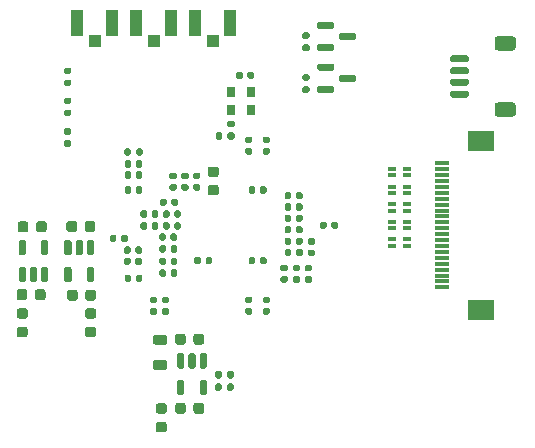
<source format=gbr>
G04 #@! TF.GenerationSoftware,KiCad,Pcbnew,(6.0.9)*
G04 #@! TF.CreationDate,2023-04-16T20:23:55-07:00*
G04 #@! TF.ProjectId,IMX585_MIPI_Breakout,494d5835-3835-45f4-9d49-50495f427265,rev?*
G04 #@! TF.SameCoordinates,Original*
G04 #@! TF.FileFunction,Paste,Top*
G04 #@! TF.FilePolarity,Positive*
%FSLAX46Y46*%
G04 Gerber Fmt 4.6, Leading zero omitted, Abs format (unit mm)*
G04 Created by KiCad (PCBNEW (6.0.9)) date 2023-04-16 20:23:55*
%MOMM*%
%LPD*%
G01*
G04 APERTURE LIST*
%ADD10R,1.000000X1.050000*%
%ADD11R,1.050000X2.200000*%
%ADD12R,1.300000X0.300000*%
%ADD13R,2.200000X1.800000*%
%ADD14R,0.700000X0.300000*%
%ADD15R,0.650000X0.850000*%
G04 APERTURE END LIST*
G04 #@! TO.C,C1*
G36*
G01*
X181470000Y-92510000D02*
X181130000Y-92510000D01*
G75*
G02*
X180990000Y-92370000I0J140000D01*
G01*
X180990000Y-92090000D01*
G75*
G02*
X181130000Y-91950000I140000J0D01*
G01*
X181470000Y-91950000D01*
G75*
G02*
X181610000Y-92090000I0J-140000D01*
G01*
X181610000Y-92370000D01*
G75*
G02*
X181470000Y-92510000I-140000J0D01*
G01*
G37*
G36*
G01*
X181470000Y-91550000D02*
X181130000Y-91550000D01*
G75*
G02*
X180990000Y-91410000I0J140000D01*
G01*
X180990000Y-91130000D01*
G75*
G02*
X181130000Y-90990000I140000J0D01*
G01*
X181470000Y-90990000D01*
G75*
G02*
X181610000Y-91130000I0J-140000D01*
G01*
X181610000Y-91410000D01*
G75*
G02*
X181470000Y-91550000I-140000J0D01*
G01*
G37*
G04 #@! TD*
G04 #@! TO.C,C3*
G36*
G01*
X169400000Y-94120000D02*
X169400000Y-93780000D01*
G75*
G02*
X169540000Y-93640000I140000J0D01*
G01*
X169820000Y-93640000D01*
G75*
G02*
X169960000Y-93780000I0J-140000D01*
G01*
X169960000Y-94120000D01*
G75*
G02*
X169820000Y-94260000I-140000J0D01*
G01*
X169540000Y-94260000D01*
G75*
G02*
X169400000Y-94120000I0J140000D01*
G01*
G37*
G36*
G01*
X168440000Y-94120000D02*
X168440000Y-93780000D01*
G75*
G02*
X168580000Y-93640000I140000J0D01*
G01*
X168860000Y-93640000D01*
G75*
G02*
X169000000Y-93780000I0J-140000D01*
G01*
X169000000Y-94120000D01*
G75*
G02*
X168860000Y-94260000I-140000J0D01*
G01*
X168580000Y-94260000D01*
G75*
G02*
X168440000Y-94120000I0J140000D01*
G01*
G37*
G04 #@! TD*
G04 #@! TO.C,C6*
G36*
G01*
X170430000Y-86400000D02*
X170770000Y-86400000D01*
G75*
G02*
X170910000Y-86540000I0J-140000D01*
G01*
X170910000Y-86820000D01*
G75*
G02*
X170770000Y-86960000I-140000J0D01*
G01*
X170430000Y-86960000D01*
G75*
G02*
X170290000Y-86820000I0J140000D01*
G01*
X170290000Y-86540000D01*
G75*
G02*
X170430000Y-86400000I140000J0D01*
G01*
G37*
G36*
G01*
X170430000Y-85440000D02*
X170770000Y-85440000D01*
G75*
G02*
X170910000Y-85580000I0J-140000D01*
G01*
X170910000Y-85860000D01*
G75*
G02*
X170770000Y-86000000I-140000J0D01*
G01*
X170430000Y-86000000D01*
G75*
G02*
X170290000Y-85860000I0J140000D01*
G01*
X170290000Y-85580000D01*
G75*
G02*
X170430000Y-85440000I140000J0D01*
G01*
G37*
G04 #@! TD*
G04 #@! TO.C,C10*
G36*
G01*
X168440000Y-92070000D02*
X168440000Y-91730000D01*
G75*
G02*
X168580000Y-91590000I140000J0D01*
G01*
X168860000Y-91590000D01*
G75*
G02*
X169000000Y-91730000I0J-140000D01*
G01*
X169000000Y-92070000D01*
G75*
G02*
X168860000Y-92210000I-140000J0D01*
G01*
X168580000Y-92210000D01*
G75*
G02*
X168440000Y-92070000I0J140000D01*
G01*
G37*
G36*
G01*
X169400000Y-92070000D02*
X169400000Y-91730000D01*
G75*
G02*
X169540000Y-91590000I140000J0D01*
G01*
X169820000Y-91590000D01*
G75*
G02*
X169960000Y-91730000I0J-140000D01*
G01*
X169960000Y-92070000D01*
G75*
G02*
X169820000Y-92210000I-140000J0D01*
G01*
X169540000Y-92210000D01*
G75*
G02*
X169400000Y-92070000I0J140000D01*
G01*
G37*
G04 #@! TD*
G04 #@! TO.C,C16*
G36*
G01*
X168740000Y-89120000D02*
X168740000Y-88780000D01*
G75*
G02*
X168880000Y-88640000I140000J0D01*
G01*
X169160000Y-88640000D01*
G75*
G02*
X169300000Y-88780000I0J-140000D01*
G01*
X169300000Y-89120000D01*
G75*
G02*
X169160000Y-89260000I-140000J0D01*
G01*
X168880000Y-89260000D01*
G75*
G02*
X168740000Y-89120000I0J140000D01*
G01*
G37*
G36*
G01*
X169700000Y-89120000D02*
X169700000Y-88780000D01*
G75*
G02*
X169840000Y-88640000I140000J0D01*
G01*
X170120000Y-88640000D01*
G75*
G02*
X170260000Y-88780000I0J-140000D01*
G01*
X170260000Y-89120000D01*
G75*
G02*
X170120000Y-89260000I-140000J0D01*
G01*
X169840000Y-89260000D01*
G75*
G02*
X169700000Y-89120000I0J140000D01*
G01*
G37*
G04 #@! TD*
G04 #@! TO.C,C17*
G36*
G01*
X166960000Y-91830000D02*
X166960000Y-92170000D01*
G75*
G02*
X166820000Y-92310000I-140000J0D01*
G01*
X166540000Y-92310000D01*
G75*
G02*
X166400000Y-92170000I0J140000D01*
G01*
X166400000Y-91830000D01*
G75*
G02*
X166540000Y-91690000I140000J0D01*
G01*
X166820000Y-91690000D01*
G75*
G02*
X166960000Y-91830000I0J-140000D01*
G01*
G37*
G36*
G01*
X166000000Y-91830000D02*
X166000000Y-92170000D01*
G75*
G02*
X165860000Y-92310000I-140000J0D01*
G01*
X165580000Y-92310000D01*
G75*
G02*
X165440000Y-92170000I0J140000D01*
G01*
X165440000Y-91830000D01*
G75*
G02*
X165580000Y-91690000I140000J0D01*
G01*
X165860000Y-91690000D01*
G75*
G02*
X166000000Y-91830000I0J-140000D01*
G01*
G37*
G04 #@! TD*
G04 #@! TO.C,C25*
G36*
G01*
X167400000Y-88780000D02*
X167400000Y-89120000D01*
G75*
G02*
X167260000Y-89260000I-140000J0D01*
G01*
X166980000Y-89260000D01*
G75*
G02*
X166840000Y-89120000I0J140000D01*
G01*
X166840000Y-88780000D01*
G75*
G02*
X166980000Y-88640000I140000J0D01*
G01*
X167260000Y-88640000D01*
G75*
G02*
X167400000Y-88780000I0J-140000D01*
G01*
G37*
G36*
G01*
X168360000Y-88780000D02*
X168360000Y-89120000D01*
G75*
G02*
X168220000Y-89260000I-140000J0D01*
G01*
X167940000Y-89260000D01*
G75*
G02*
X167800000Y-89120000I0J140000D01*
G01*
X167800000Y-88780000D01*
G75*
G02*
X167940000Y-88640000I140000J0D01*
G01*
X168220000Y-88640000D01*
G75*
G02*
X168360000Y-88780000I0J-140000D01*
G01*
G37*
G04 #@! TD*
G04 #@! TO.C,C26*
G36*
G01*
X168780000Y-95940000D02*
X169120000Y-95940000D01*
G75*
G02*
X169260000Y-96080000I0J-140000D01*
G01*
X169260000Y-96360000D01*
G75*
G02*
X169120000Y-96500000I-140000J0D01*
G01*
X168780000Y-96500000D01*
G75*
G02*
X168640000Y-96360000I0J140000D01*
G01*
X168640000Y-96080000D01*
G75*
G02*
X168780000Y-95940000I140000J0D01*
G01*
G37*
G36*
G01*
X168780000Y-96900000D02*
X169120000Y-96900000D01*
G75*
G02*
X169260000Y-97040000I0J-140000D01*
G01*
X169260000Y-97320000D01*
G75*
G02*
X169120000Y-97460000I-140000J0D01*
G01*
X168780000Y-97460000D01*
G75*
G02*
X168640000Y-97320000I0J140000D01*
G01*
X168640000Y-97040000D01*
G75*
G02*
X168780000Y-96900000I140000J0D01*
G01*
G37*
G04 #@! TD*
D10*
G04 #@! TO.C,J3*
X172950000Y-74330000D03*
D11*
X174425000Y-72805000D03*
X171475000Y-72805000D03*
G04 #@! TD*
D10*
G04 #@! TO.C,J4*
X167950000Y-74330000D03*
D11*
X169425000Y-72805000D03*
X166475000Y-72805000D03*
G04 #@! TD*
D10*
G04 #@! TO.C,J5*
X162950000Y-74330000D03*
D11*
X164425000Y-72805000D03*
X161475000Y-72805000D03*
G04 #@! TD*
G04 #@! TO.C,U3*
G36*
G01*
X162450000Y-91125000D02*
X162750000Y-91125000D01*
G75*
G02*
X162900000Y-91275000I0J-150000D01*
G01*
X162900000Y-92300000D01*
G75*
G02*
X162750000Y-92450000I-150000J0D01*
G01*
X162450000Y-92450000D01*
G75*
G02*
X162300000Y-92300000I0J150000D01*
G01*
X162300000Y-91275000D01*
G75*
G02*
X162450000Y-91125000I150000J0D01*
G01*
G37*
G36*
G01*
X161500000Y-91125000D02*
X161800000Y-91125000D01*
G75*
G02*
X161950000Y-91275000I0J-150000D01*
G01*
X161950000Y-92300000D01*
G75*
G02*
X161800000Y-92450000I-150000J0D01*
G01*
X161500000Y-92450000D01*
G75*
G02*
X161350000Y-92300000I0J150000D01*
G01*
X161350000Y-91275000D01*
G75*
G02*
X161500000Y-91125000I150000J0D01*
G01*
G37*
G36*
G01*
X160550000Y-91125000D02*
X160850000Y-91125000D01*
G75*
G02*
X161000000Y-91275000I0J-150000D01*
G01*
X161000000Y-92300000D01*
G75*
G02*
X160850000Y-92450000I-150000J0D01*
G01*
X160550000Y-92450000D01*
G75*
G02*
X160400000Y-92300000I0J150000D01*
G01*
X160400000Y-91275000D01*
G75*
G02*
X160550000Y-91125000I150000J0D01*
G01*
G37*
G36*
G01*
X160550000Y-93400000D02*
X160850000Y-93400000D01*
G75*
G02*
X161000000Y-93550000I0J-150000D01*
G01*
X161000000Y-94575000D01*
G75*
G02*
X160850000Y-94725000I-150000J0D01*
G01*
X160550000Y-94725000D01*
G75*
G02*
X160400000Y-94575000I0J150000D01*
G01*
X160400000Y-93550000D01*
G75*
G02*
X160550000Y-93400000I150000J0D01*
G01*
G37*
G36*
G01*
X162450000Y-93400000D02*
X162750000Y-93400000D01*
G75*
G02*
X162900000Y-93550000I0J-150000D01*
G01*
X162900000Y-94575000D01*
G75*
G02*
X162750000Y-94725000I-150000J0D01*
G01*
X162450000Y-94725000D01*
G75*
G02*
X162300000Y-94575000I0J150000D01*
G01*
X162300000Y-93550000D01*
G75*
G02*
X162450000Y-93400000I150000J0D01*
G01*
G37*
G04 #@! TD*
G04 #@! TO.C,R10*
G36*
G01*
X174780000Y-82165000D02*
X174780000Y-82535000D01*
G75*
G02*
X174645000Y-82670000I-135000J0D01*
G01*
X174375000Y-82670000D01*
G75*
G02*
X174240000Y-82535000I0J135000D01*
G01*
X174240000Y-82165000D01*
G75*
G02*
X174375000Y-82030000I135000J0D01*
G01*
X174645000Y-82030000D01*
G75*
G02*
X174780000Y-82165000I0J-135000D01*
G01*
G37*
G36*
G01*
X173760000Y-82165000D02*
X173760000Y-82535000D01*
G75*
G02*
X173625000Y-82670000I-135000J0D01*
G01*
X173355000Y-82670000D01*
G75*
G02*
X173220000Y-82535000I0J135000D01*
G01*
X173220000Y-82165000D01*
G75*
G02*
X173355000Y-82030000I135000J0D01*
G01*
X173625000Y-82030000D01*
G75*
G02*
X173760000Y-82165000I0J-135000D01*
G01*
G37*
G04 #@! TD*
G04 #@! TO.C,C47*
G36*
G01*
X177330000Y-95940000D02*
X177670000Y-95940000D01*
G75*
G02*
X177810000Y-96080000I0J-140000D01*
G01*
X177810000Y-96360000D01*
G75*
G02*
X177670000Y-96500000I-140000J0D01*
G01*
X177330000Y-96500000D01*
G75*
G02*
X177190000Y-96360000I0J140000D01*
G01*
X177190000Y-96080000D01*
G75*
G02*
X177330000Y-95940000I140000J0D01*
G01*
G37*
G36*
G01*
X177330000Y-96900000D02*
X177670000Y-96900000D01*
G75*
G02*
X177810000Y-97040000I0J-140000D01*
G01*
X177810000Y-97320000D01*
G75*
G02*
X177670000Y-97460000I-140000J0D01*
G01*
X177330000Y-97460000D01*
G75*
G02*
X177190000Y-97320000I0J140000D01*
G01*
X177190000Y-97040000D01*
G75*
G02*
X177330000Y-96900000I140000J0D01*
G01*
G37*
G04 #@! TD*
G04 #@! TO.C,C46*
G36*
G01*
X177670000Y-83910000D02*
X177330000Y-83910000D01*
G75*
G02*
X177190000Y-83770000I0J140000D01*
G01*
X177190000Y-83490000D01*
G75*
G02*
X177330000Y-83350000I140000J0D01*
G01*
X177670000Y-83350000D01*
G75*
G02*
X177810000Y-83490000I0J-140000D01*
G01*
X177810000Y-83770000D01*
G75*
G02*
X177670000Y-83910000I-140000J0D01*
G01*
G37*
G36*
G01*
X177670000Y-82950000D02*
X177330000Y-82950000D01*
G75*
G02*
X177190000Y-82810000I0J140000D01*
G01*
X177190000Y-82530000D01*
G75*
G02*
X177330000Y-82390000I140000J0D01*
G01*
X177670000Y-82390000D01*
G75*
G02*
X177810000Y-82530000I0J-140000D01*
G01*
X177810000Y-82810000D01*
G75*
G02*
X177670000Y-82950000I-140000J0D01*
G01*
G37*
G04 #@! TD*
G04 #@! TO.C,C45*
G36*
G01*
X167010000Y-86730000D02*
X167010000Y-87070000D01*
G75*
G02*
X166870000Y-87210000I-140000J0D01*
G01*
X166590000Y-87210000D01*
G75*
G02*
X166450000Y-87070000I0J140000D01*
G01*
X166450000Y-86730000D01*
G75*
G02*
X166590000Y-86590000I140000J0D01*
G01*
X166870000Y-86590000D01*
G75*
G02*
X167010000Y-86730000I0J-140000D01*
G01*
G37*
G36*
G01*
X166050000Y-86730000D02*
X166050000Y-87070000D01*
G75*
G02*
X165910000Y-87210000I-140000J0D01*
G01*
X165630000Y-87210000D01*
G75*
G02*
X165490000Y-87070000I0J140000D01*
G01*
X165490000Y-86730000D01*
G75*
G02*
X165630000Y-86590000I140000J0D01*
G01*
X165910000Y-86590000D01*
G75*
G02*
X166050000Y-86730000I0J-140000D01*
G01*
G37*
G04 #@! TD*
G04 #@! TO.C,C44*
G36*
G01*
X182040000Y-90070000D02*
X182040000Y-89730000D01*
G75*
G02*
X182180000Y-89590000I140000J0D01*
G01*
X182460000Y-89590000D01*
G75*
G02*
X182600000Y-89730000I0J-140000D01*
G01*
X182600000Y-90070000D01*
G75*
G02*
X182460000Y-90210000I-140000J0D01*
G01*
X182180000Y-90210000D01*
G75*
G02*
X182040000Y-90070000I0J140000D01*
G01*
G37*
G36*
G01*
X183000000Y-90070000D02*
X183000000Y-89730000D01*
G75*
G02*
X183140000Y-89590000I140000J0D01*
G01*
X183420000Y-89590000D01*
G75*
G02*
X183560000Y-89730000I0J-140000D01*
G01*
X183560000Y-90070000D01*
G75*
G02*
X183420000Y-90210000I-140000J0D01*
G01*
X183140000Y-90210000D01*
G75*
G02*
X183000000Y-90070000I0J140000D01*
G01*
G37*
G04 #@! TD*
G04 #@! TO.C,C43*
G36*
G01*
X175830000Y-96900000D02*
X176170000Y-96900000D01*
G75*
G02*
X176310000Y-97040000I0J-140000D01*
G01*
X176310000Y-97320000D01*
G75*
G02*
X176170000Y-97460000I-140000J0D01*
G01*
X175830000Y-97460000D01*
G75*
G02*
X175690000Y-97320000I0J140000D01*
G01*
X175690000Y-97040000D01*
G75*
G02*
X175830000Y-96900000I140000J0D01*
G01*
G37*
G36*
G01*
X175830000Y-95940000D02*
X176170000Y-95940000D01*
G75*
G02*
X176310000Y-96080000I0J-140000D01*
G01*
X176310000Y-96360000D01*
G75*
G02*
X176170000Y-96500000I-140000J0D01*
G01*
X175830000Y-96500000D01*
G75*
G02*
X175690000Y-96360000I0J140000D01*
G01*
X175690000Y-96080000D01*
G75*
G02*
X175830000Y-95940000I140000J0D01*
G01*
G37*
G04 #@! TD*
G04 #@! TO.C,C42*
G36*
G01*
X167010000Y-85480000D02*
X167010000Y-85820000D01*
G75*
G02*
X166870000Y-85960000I-140000J0D01*
G01*
X166590000Y-85960000D01*
G75*
G02*
X166450000Y-85820000I0J140000D01*
G01*
X166450000Y-85480000D01*
G75*
G02*
X166590000Y-85340000I140000J0D01*
G01*
X166870000Y-85340000D01*
G75*
G02*
X167010000Y-85480000I0J-140000D01*
G01*
G37*
G36*
G01*
X166050000Y-85480000D02*
X166050000Y-85820000D01*
G75*
G02*
X165910000Y-85960000I-140000J0D01*
G01*
X165630000Y-85960000D01*
G75*
G02*
X165490000Y-85820000I0J140000D01*
G01*
X165490000Y-85480000D01*
G75*
G02*
X165630000Y-85340000I140000J0D01*
G01*
X165910000Y-85340000D01*
G75*
G02*
X166050000Y-85480000I0J-140000D01*
G01*
G37*
G04 #@! TD*
G04 #@! TO.C,C41*
G36*
G01*
X167010000Y-94230000D02*
X167010000Y-94570000D01*
G75*
G02*
X166870000Y-94710000I-140000J0D01*
G01*
X166590000Y-94710000D01*
G75*
G02*
X166450000Y-94570000I0J140000D01*
G01*
X166450000Y-94230000D01*
G75*
G02*
X166590000Y-94090000I140000J0D01*
G01*
X166870000Y-94090000D01*
G75*
G02*
X167010000Y-94230000I0J-140000D01*
G01*
G37*
G36*
G01*
X166050000Y-94230000D02*
X166050000Y-94570000D01*
G75*
G02*
X165910000Y-94710000I-140000J0D01*
G01*
X165630000Y-94710000D01*
G75*
G02*
X165490000Y-94570000I0J140000D01*
G01*
X165490000Y-94230000D01*
G75*
G02*
X165630000Y-94090000I140000J0D01*
G01*
X165910000Y-94090000D01*
G75*
G02*
X166050000Y-94230000I0J-140000D01*
G01*
G37*
G04 #@! TD*
G04 #@! TO.C,C40*
G36*
G01*
X179170000Y-94760000D02*
X178830000Y-94760000D01*
G75*
G02*
X178690000Y-94620000I0J140000D01*
G01*
X178690000Y-94340000D01*
G75*
G02*
X178830000Y-94200000I140000J0D01*
G01*
X179170000Y-94200000D01*
G75*
G02*
X179310000Y-94340000I0J-140000D01*
G01*
X179310000Y-94620000D01*
G75*
G02*
X179170000Y-94760000I-140000J0D01*
G01*
G37*
G36*
G01*
X179170000Y-93800000D02*
X178830000Y-93800000D01*
G75*
G02*
X178690000Y-93660000I0J140000D01*
G01*
X178690000Y-93380000D01*
G75*
G02*
X178830000Y-93240000I140000J0D01*
G01*
X179170000Y-93240000D01*
G75*
G02*
X179310000Y-93380000I0J-140000D01*
G01*
X179310000Y-93660000D01*
G75*
G02*
X179170000Y-93800000I-140000J0D01*
G01*
G37*
G04 #@! TD*
G04 #@! TO.C,C39*
G36*
G01*
X175990000Y-93070000D02*
X175990000Y-92730000D01*
G75*
G02*
X176130000Y-92590000I140000J0D01*
G01*
X176410000Y-92590000D01*
G75*
G02*
X176550000Y-92730000I0J-140000D01*
G01*
X176550000Y-93070000D01*
G75*
G02*
X176410000Y-93210000I-140000J0D01*
G01*
X176130000Y-93210000D01*
G75*
G02*
X175990000Y-93070000I0J140000D01*
G01*
G37*
G36*
G01*
X176950000Y-93070000D02*
X176950000Y-92730000D01*
G75*
G02*
X177090000Y-92590000I140000J0D01*
G01*
X177370000Y-92590000D01*
G75*
G02*
X177510000Y-92730000I0J-140000D01*
G01*
X177510000Y-93070000D01*
G75*
G02*
X177370000Y-93210000I-140000J0D01*
G01*
X177090000Y-93210000D01*
G75*
G02*
X176950000Y-93070000I0J140000D01*
G01*
G37*
G04 #@! TD*
G04 #@! TO.C,C38*
G36*
G01*
X172910000Y-92730000D02*
X172910000Y-93070000D01*
G75*
G02*
X172770000Y-93210000I-140000J0D01*
G01*
X172490000Y-93210000D01*
G75*
G02*
X172350000Y-93070000I0J140000D01*
G01*
X172350000Y-92730000D01*
G75*
G02*
X172490000Y-92590000I140000J0D01*
G01*
X172770000Y-92590000D01*
G75*
G02*
X172910000Y-92730000I0J-140000D01*
G01*
G37*
G36*
G01*
X171950000Y-92730000D02*
X171950000Y-93070000D01*
G75*
G02*
X171810000Y-93210000I-140000J0D01*
G01*
X171530000Y-93210000D01*
G75*
G02*
X171390000Y-93070000I0J140000D01*
G01*
X171390000Y-92730000D01*
G75*
G02*
X171530000Y-92590000I140000J0D01*
G01*
X171810000Y-92590000D01*
G75*
G02*
X171950000Y-92730000I0J-140000D01*
G01*
G37*
G04 #@! TD*
G04 #@! TO.C,C37*
G36*
G01*
X175990000Y-87070000D02*
X175990000Y-86730000D01*
G75*
G02*
X176130000Y-86590000I140000J0D01*
G01*
X176410000Y-86590000D01*
G75*
G02*
X176550000Y-86730000I0J-140000D01*
G01*
X176550000Y-87070000D01*
G75*
G02*
X176410000Y-87210000I-140000J0D01*
G01*
X176130000Y-87210000D01*
G75*
G02*
X175990000Y-87070000I0J140000D01*
G01*
G37*
G36*
G01*
X176950000Y-87070000D02*
X176950000Y-86730000D01*
G75*
G02*
X177090000Y-86590000I140000J0D01*
G01*
X177370000Y-86590000D01*
G75*
G02*
X177510000Y-86730000I0J-140000D01*
G01*
X177510000Y-87070000D01*
G75*
G02*
X177370000Y-87210000I-140000J0D01*
G01*
X177090000Y-87210000D01*
G75*
G02*
X176950000Y-87070000I0J140000D01*
G01*
G37*
G04 #@! TD*
G04 #@! TO.C,J1*
G36*
G01*
X198375000Y-80700000D02*
X197075000Y-80700000D01*
G75*
G02*
X196825000Y-80450000I0J250000D01*
G01*
X196825000Y-79750000D01*
G75*
G02*
X197075000Y-79500000I250000J0D01*
G01*
X198375000Y-79500000D01*
G75*
G02*
X198625000Y-79750000I0J-250000D01*
G01*
X198625000Y-80450000D01*
G75*
G02*
X198375000Y-80700000I-250000J0D01*
G01*
G37*
G36*
G01*
X198375000Y-75100000D02*
X197075000Y-75100000D01*
G75*
G02*
X196825000Y-74850000I0J250000D01*
G01*
X196825000Y-74150000D01*
G75*
G02*
X197075000Y-73900000I250000J0D01*
G01*
X198375000Y-73900000D01*
G75*
G02*
X198625000Y-74150000I0J-250000D01*
G01*
X198625000Y-74850000D01*
G75*
G02*
X198375000Y-75100000I-250000J0D01*
G01*
G37*
G36*
G01*
X194475000Y-76100000D02*
X193225000Y-76100000D01*
G75*
G02*
X193075000Y-75950000I0J150000D01*
G01*
X193075000Y-75650000D01*
G75*
G02*
X193225000Y-75500000I150000J0D01*
G01*
X194475000Y-75500000D01*
G75*
G02*
X194625000Y-75650000I0J-150000D01*
G01*
X194625000Y-75950000D01*
G75*
G02*
X194475000Y-76100000I-150000J0D01*
G01*
G37*
G36*
G01*
X194475000Y-77100000D02*
X193225000Y-77100000D01*
G75*
G02*
X193075000Y-76950000I0J150000D01*
G01*
X193075000Y-76650000D01*
G75*
G02*
X193225000Y-76500000I150000J0D01*
G01*
X194475000Y-76500000D01*
G75*
G02*
X194625000Y-76650000I0J-150000D01*
G01*
X194625000Y-76950000D01*
G75*
G02*
X194475000Y-77100000I-150000J0D01*
G01*
G37*
G36*
G01*
X194475000Y-78100000D02*
X193225000Y-78100000D01*
G75*
G02*
X193075000Y-77950000I0J150000D01*
G01*
X193075000Y-77650000D01*
G75*
G02*
X193225000Y-77500000I150000J0D01*
G01*
X194475000Y-77500000D01*
G75*
G02*
X194625000Y-77650000I0J-150000D01*
G01*
X194625000Y-77950000D01*
G75*
G02*
X194475000Y-78100000I-150000J0D01*
G01*
G37*
G36*
G01*
X194475000Y-79100000D02*
X193225000Y-79100000D01*
G75*
G02*
X193075000Y-78950000I0J150000D01*
G01*
X193075000Y-78650000D01*
G75*
G02*
X193225000Y-78500000I150000J0D01*
G01*
X194475000Y-78500000D01*
G75*
G02*
X194625000Y-78650000I0J-150000D01*
G01*
X194625000Y-78950000D01*
G75*
G02*
X194475000Y-79100000I-150000J0D01*
G01*
G37*
G04 #@! TD*
D12*
G04 #@! TO.C,J2*
X192387500Y-95150000D03*
X192387500Y-94650000D03*
X192387500Y-94150000D03*
X192387500Y-93650000D03*
X192387500Y-93150000D03*
X192387500Y-92650000D03*
X192387500Y-92150000D03*
X192387500Y-91650000D03*
X192387500Y-91150000D03*
X192387500Y-90650000D03*
X192387500Y-90150000D03*
X192387500Y-89650000D03*
X192387500Y-89150000D03*
X192387500Y-88650000D03*
X192387500Y-88150000D03*
X192387500Y-87650000D03*
X192387500Y-87150000D03*
X192387500Y-86650000D03*
X192387500Y-86150000D03*
X192387500Y-85650000D03*
X192387500Y-85150000D03*
X192387500Y-84650000D03*
D13*
X195637500Y-97050000D03*
X195637500Y-82750000D03*
G04 #@! TD*
D14*
G04 #@! TO.C,FL5*
X188175000Y-91100000D03*
X189425000Y-91100000D03*
X189425000Y-91650000D03*
X188175000Y-91650000D03*
G04 #@! TD*
G04 #@! TO.C,FL4*
X188175000Y-89600000D03*
X189425000Y-89600000D03*
X189425000Y-90150000D03*
X188175000Y-90150000D03*
G04 #@! TD*
G04 #@! TO.C,FL3*
X188175000Y-88125000D03*
X189425000Y-88125000D03*
X189425000Y-88675000D03*
X188175000Y-88675000D03*
G04 #@! TD*
G04 #@! TO.C,FL2*
X188175000Y-86625000D03*
X189425000Y-86625000D03*
X189425000Y-87175000D03*
X188175000Y-87175000D03*
G04 #@! TD*
G04 #@! TO.C,FL1*
X188175000Y-85125000D03*
X189425000Y-85125000D03*
X189425000Y-85675000D03*
X188175000Y-85675000D03*
G04 #@! TD*
D15*
G04 #@! TO.C,U5*
X176175000Y-78575000D03*
X174525000Y-78575000D03*
X174525000Y-80125000D03*
X176175000Y-80125000D03*
G04 #@! TD*
G04 #@! TO.C,U2*
G36*
G01*
X156975000Y-94725000D02*
X156675000Y-94725000D01*
G75*
G02*
X156525000Y-94575000I0J150000D01*
G01*
X156525000Y-93550000D01*
G75*
G02*
X156675000Y-93400000I150000J0D01*
G01*
X156975000Y-93400000D01*
G75*
G02*
X157125000Y-93550000I0J-150000D01*
G01*
X157125000Y-94575000D01*
G75*
G02*
X156975000Y-94725000I-150000J0D01*
G01*
G37*
G36*
G01*
X157925000Y-94725000D02*
X157625000Y-94725000D01*
G75*
G02*
X157475000Y-94575000I0J150000D01*
G01*
X157475000Y-93550000D01*
G75*
G02*
X157625000Y-93400000I150000J0D01*
G01*
X157925000Y-93400000D01*
G75*
G02*
X158075000Y-93550000I0J-150000D01*
G01*
X158075000Y-94575000D01*
G75*
G02*
X157925000Y-94725000I-150000J0D01*
G01*
G37*
G36*
G01*
X158875000Y-94725000D02*
X158575000Y-94725000D01*
G75*
G02*
X158425000Y-94575000I0J150000D01*
G01*
X158425000Y-93550000D01*
G75*
G02*
X158575000Y-93400000I150000J0D01*
G01*
X158875000Y-93400000D01*
G75*
G02*
X159025000Y-93550000I0J-150000D01*
G01*
X159025000Y-94575000D01*
G75*
G02*
X158875000Y-94725000I-150000J0D01*
G01*
G37*
G36*
G01*
X158875000Y-92450000D02*
X158575000Y-92450000D01*
G75*
G02*
X158425000Y-92300000I0J150000D01*
G01*
X158425000Y-91275000D01*
G75*
G02*
X158575000Y-91125000I150000J0D01*
G01*
X158875000Y-91125000D01*
G75*
G02*
X159025000Y-91275000I0J-150000D01*
G01*
X159025000Y-92300000D01*
G75*
G02*
X158875000Y-92450000I-150000J0D01*
G01*
G37*
G36*
G01*
X156975000Y-92450000D02*
X156675000Y-92450000D01*
G75*
G02*
X156525000Y-92300000I0J150000D01*
G01*
X156525000Y-91275000D01*
G75*
G02*
X156675000Y-91125000I150000J0D01*
G01*
X156975000Y-91125000D01*
G75*
G02*
X157125000Y-91275000I0J-150000D01*
G01*
X157125000Y-92300000D01*
G75*
G02*
X156975000Y-92450000I-150000J0D01*
G01*
G37*
G04 #@! TD*
G04 #@! TO.C,U1*
G36*
G01*
X172000000Y-100700000D02*
X172300000Y-100700000D01*
G75*
G02*
X172450000Y-100850000I0J-150000D01*
G01*
X172450000Y-101875000D01*
G75*
G02*
X172300000Y-102025000I-150000J0D01*
G01*
X172000000Y-102025000D01*
G75*
G02*
X171850000Y-101875000I0J150000D01*
G01*
X171850000Y-100850000D01*
G75*
G02*
X172000000Y-100700000I150000J0D01*
G01*
G37*
G36*
G01*
X171050000Y-100700000D02*
X171350000Y-100700000D01*
G75*
G02*
X171500000Y-100850000I0J-150000D01*
G01*
X171500000Y-101875000D01*
G75*
G02*
X171350000Y-102025000I-150000J0D01*
G01*
X171050000Y-102025000D01*
G75*
G02*
X170900000Y-101875000I0J150000D01*
G01*
X170900000Y-100850000D01*
G75*
G02*
X171050000Y-100700000I150000J0D01*
G01*
G37*
G36*
G01*
X170100000Y-100700000D02*
X170400000Y-100700000D01*
G75*
G02*
X170550000Y-100850000I0J-150000D01*
G01*
X170550000Y-101875000D01*
G75*
G02*
X170400000Y-102025000I-150000J0D01*
G01*
X170100000Y-102025000D01*
G75*
G02*
X169950000Y-101875000I0J150000D01*
G01*
X169950000Y-100850000D01*
G75*
G02*
X170100000Y-100700000I150000J0D01*
G01*
G37*
G36*
G01*
X170100000Y-102975000D02*
X170400000Y-102975000D01*
G75*
G02*
X170550000Y-103125000I0J-150000D01*
G01*
X170550000Y-104150000D01*
G75*
G02*
X170400000Y-104300000I-150000J0D01*
G01*
X170100000Y-104300000D01*
G75*
G02*
X169950000Y-104150000I0J150000D01*
G01*
X169950000Y-103125000D01*
G75*
G02*
X170100000Y-102975000I150000J0D01*
G01*
G37*
G36*
G01*
X172000000Y-102975000D02*
X172300000Y-102975000D01*
G75*
G02*
X172450000Y-103125000I0J-150000D01*
G01*
X172450000Y-104150000D01*
G75*
G02*
X172300000Y-104300000I-150000J0D01*
G01*
X172000000Y-104300000D01*
G75*
G02*
X171850000Y-104150000I0J150000D01*
G01*
X171850000Y-103125000D01*
G75*
G02*
X172000000Y-102975000I150000J0D01*
G01*
G37*
G04 #@! TD*
G04 #@! TO.C,R9*
G36*
G01*
X165470000Y-83885000D02*
X165470000Y-83515000D01*
G75*
G02*
X165605000Y-83380000I135000J0D01*
G01*
X165875000Y-83380000D01*
G75*
G02*
X166010000Y-83515000I0J-135000D01*
G01*
X166010000Y-83885000D01*
G75*
G02*
X165875000Y-84020000I-135000J0D01*
G01*
X165605000Y-84020000D01*
G75*
G02*
X165470000Y-83885000I0J135000D01*
G01*
G37*
G36*
G01*
X166490000Y-83885000D02*
X166490000Y-83515000D01*
G75*
G02*
X166625000Y-83380000I135000J0D01*
G01*
X166895000Y-83380000D01*
G75*
G02*
X167030000Y-83515000I0J-135000D01*
G01*
X167030000Y-83885000D01*
G75*
G02*
X166895000Y-84020000I-135000J0D01*
G01*
X166625000Y-84020000D01*
G75*
G02*
X166490000Y-83885000I0J135000D01*
G01*
G37*
G04 #@! TD*
G04 #@! TO.C,R8*
G36*
G01*
X174710000Y-82615000D02*
X174340000Y-82615000D01*
G75*
G02*
X174205000Y-82480000I0J135000D01*
G01*
X174205000Y-82210000D01*
G75*
G02*
X174340000Y-82075000I135000J0D01*
G01*
X174710000Y-82075000D01*
G75*
G02*
X174845000Y-82210000I0J-135000D01*
G01*
X174845000Y-82480000D01*
G75*
G02*
X174710000Y-82615000I-135000J0D01*
G01*
G37*
G36*
G01*
X174710000Y-81595000D02*
X174340000Y-81595000D01*
G75*
G02*
X174205000Y-81460000I0J135000D01*
G01*
X174205000Y-81190000D01*
G75*
G02*
X174340000Y-81055000I135000J0D01*
G01*
X174710000Y-81055000D01*
G75*
G02*
X174845000Y-81190000I0J-135000D01*
G01*
X174845000Y-81460000D01*
G75*
G02*
X174710000Y-81595000I-135000J0D01*
G01*
G37*
G04 #@! TD*
G04 #@! TO.C,R7*
G36*
G01*
X180665000Y-78140000D02*
X181035000Y-78140000D01*
G75*
G02*
X181170000Y-78275000I0J-135000D01*
G01*
X181170000Y-78545000D01*
G75*
G02*
X181035000Y-78680000I-135000J0D01*
G01*
X180665000Y-78680000D01*
G75*
G02*
X180530000Y-78545000I0J135000D01*
G01*
X180530000Y-78275000D01*
G75*
G02*
X180665000Y-78140000I135000J0D01*
G01*
G37*
G36*
G01*
X180665000Y-77120000D02*
X181035000Y-77120000D01*
G75*
G02*
X181170000Y-77255000I0J-135000D01*
G01*
X181170000Y-77525000D01*
G75*
G02*
X181035000Y-77660000I-135000J0D01*
G01*
X180665000Y-77660000D01*
G75*
G02*
X180530000Y-77525000I0J135000D01*
G01*
X180530000Y-77255000D01*
G75*
G02*
X180665000Y-77120000I135000J0D01*
G01*
G37*
G04 #@! TD*
G04 #@! TO.C,R6*
G36*
G01*
X181035000Y-74110000D02*
X180665000Y-74110000D01*
G75*
G02*
X180530000Y-73975000I0J135000D01*
G01*
X180530000Y-73705000D01*
G75*
G02*
X180665000Y-73570000I135000J0D01*
G01*
X181035000Y-73570000D01*
G75*
G02*
X181170000Y-73705000I0J-135000D01*
G01*
X181170000Y-73975000D01*
G75*
G02*
X181035000Y-74110000I-135000J0D01*
G01*
G37*
G36*
G01*
X181035000Y-75130000D02*
X180665000Y-75130000D01*
G75*
G02*
X180530000Y-74995000I0J135000D01*
G01*
X180530000Y-74725000D01*
G75*
G02*
X180665000Y-74590000I135000J0D01*
G01*
X181035000Y-74590000D01*
G75*
G02*
X181170000Y-74725000I0J-135000D01*
G01*
X181170000Y-74995000D01*
G75*
G02*
X181035000Y-75130000I-135000J0D01*
G01*
G37*
G04 #@! TD*
G04 #@! TO.C,R5*
G36*
G01*
X160490000Y-76545000D02*
X160860000Y-76545000D01*
G75*
G02*
X160995000Y-76680000I0J-135000D01*
G01*
X160995000Y-76950000D01*
G75*
G02*
X160860000Y-77085000I-135000J0D01*
G01*
X160490000Y-77085000D01*
G75*
G02*
X160355000Y-76950000I0J135000D01*
G01*
X160355000Y-76680000D01*
G75*
G02*
X160490000Y-76545000I135000J0D01*
G01*
G37*
G36*
G01*
X160490000Y-77565000D02*
X160860000Y-77565000D01*
G75*
G02*
X160995000Y-77700000I0J-135000D01*
G01*
X160995000Y-77970000D01*
G75*
G02*
X160860000Y-78105000I-135000J0D01*
G01*
X160490000Y-78105000D01*
G75*
G02*
X160355000Y-77970000I0J135000D01*
G01*
X160355000Y-77700000D01*
G75*
G02*
X160490000Y-77565000I135000J0D01*
G01*
G37*
G04 #@! TD*
G04 #@! TO.C,R4*
G36*
G01*
X160860000Y-79635000D02*
X160490000Y-79635000D01*
G75*
G02*
X160355000Y-79500000I0J135000D01*
G01*
X160355000Y-79230000D01*
G75*
G02*
X160490000Y-79095000I135000J0D01*
G01*
X160860000Y-79095000D01*
G75*
G02*
X160995000Y-79230000I0J-135000D01*
G01*
X160995000Y-79500000D01*
G75*
G02*
X160860000Y-79635000I-135000J0D01*
G01*
G37*
G36*
G01*
X160860000Y-80655000D02*
X160490000Y-80655000D01*
G75*
G02*
X160355000Y-80520000I0J135000D01*
G01*
X160355000Y-80250000D01*
G75*
G02*
X160490000Y-80115000I135000J0D01*
G01*
X160860000Y-80115000D01*
G75*
G02*
X160995000Y-80250000I0J-135000D01*
G01*
X160995000Y-80520000D01*
G75*
G02*
X160860000Y-80655000I-135000J0D01*
G01*
G37*
G04 #@! TD*
G04 #@! TO.C,R3*
G36*
G01*
X160860000Y-83255000D02*
X160490000Y-83255000D01*
G75*
G02*
X160355000Y-83120000I0J135000D01*
G01*
X160355000Y-82850000D01*
G75*
G02*
X160490000Y-82715000I135000J0D01*
G01*
X160860000Y-82715000D01*
G75*
G02*
X160995000Y-82850000I0J-135000D01*
G01*
X160995000Y-83120000D01*
G75*
G02*
X160860000Y-83255000I-135000J0D01*
G01*
G37*
G36*
G01*
X160860000Y-82235000D02*
X160490000Y-82235000D01*
G75*
G02*
X160355000Y-82100000I0J135000D01*
G01*
X160355000Y-81830000D01*
G75*
G02*
X160490000Y-81695000I135000J0D01*
G01*
X160860000Y-81695000D01*
G75*
G02*
X160995000Y-81830000I0J-135000D01*
G01*
X160995000Y-82100000D01*
G75*
G02*
X160860000Y-82235000I-135000J0D01*
G01*
G37*
G04 #@! TD*
G04 #@! TO.C,R2*
G36*
G01*
X174190000Y-103785000D02*
X174190000Y-103415000D01*
G75*
G02*
X174325000Y-103280000I135000J0D01*
G01*
X174595000Y-103280000D01*
G75*
G02*
X174730000Y-103415000I0J-135000D01*
G01*
X174730000Y-103785000D01*
G75*
G02*
X174595000Y-103920000I-135000J0D01*
G01*
X174325000Y-103920000D01*
G75*
G02*
X174190000Y-103785000I0J135000D01*
G01*
G37*
G36*
G01*
X173170000Y-103785000D02*
X173170000Y-103415000D01*
G75*
G02*
X173305000Y-103280000I135000J0D01*
G01*
X173575000Y-103280000D01*
G75*
G02*
X173710000Y-103415000I0J-135000D01*
G01*
X173710000Y-103785000D01*
G75*
G02*
X173575000Y-103920000I-135000J0D01*
G01*
X173305000Y-103920000D01*
G75*
G02*
X173170000Y-103785000I0J135000D01*
G01*
G37*
G04 #@! TD*
G04 #@! TO.C,R1*
G36*
G01*
X173710000Y-102365000D02*
X173710000Y-102735000D01*
G75*
G02*
X173575000Y-102870000I-135000J0D01*
G01*
X173305000Y-102870000D01*
G75*
G02*
X173170000Y-102735000I0J135000D01*
G01*
X173170000Y-102365000D01*
G75*
G02*
X173305000Y-102230000I135000J0D01*
G01*
X173575000Y-102230000D01*
G75*
G02*
X173710000Y-102365000I0J-135000D01*
G01*
G37*
G36*
G01*
X174730000Y-102365000D02*
X174730000Y-102735000D01*
G75*
G02*
X174595000Y-102870000I-135000J0D01*
G01*
X174325000Y-102870000D01*
G75*
G02*
X174190000Y-102735000I0J135000D01*
G01*
X174190000Y-102365000D01*
G75*
G02*
X174325000Y-102230000I135000J0D01*
G01*
X174595000Y-102230000D01*
G75*
G02*
X174730000Y-102365000I0J-135000D01*
G01*
G37*
G04 #@! TD*
G04 #@! TO.C,Q2*
G36*
G01*
X183650000Y-77600000D02*
X183650000Y-77300000D01*
G75*
G02*
X183800000Y-77150000I150000J0D01*
G01*
X184975000Y-77150000D01*
G75*
G02*
X185125000Y-77300000I0J-150000D01*
G01*
X185125000Y-77600000D01*
G75*
G02*
X184975000Y-77750000I-150000J0D01*
G01*
X183800000Y-77750000D01*
G75*
G02*
X183650000Y-77600000I0J150000D01*
G01*
G37*
G36*
G01*
X181775000Y-78550000D02*
X181775000Y-78250000D01*
G75*
G02*
X181925000Y-78100000I150000J0D01*
G01*
X183100000Y-78100000D01*
G75*
G02*
X183250000Y-78250000I0J-150000D01*
G01*
X183250000Y-78550000D01*
G75*
G02*
X183100000Y-78700000I-150000J0D01*
G01*
X181925000Y-78700000D01*
G75*
G02*
X181775000Y-78550000I0J150000D01*
G01*
G37*
G36*
G01*
X181775000Y-76650000D02*
X181775000Y-76350000D01*
G75*
G02*
X181925000Y-76200000I150000J0D01*
G01*
X183100000Y-76200000D01*
G75*
G02*
X183250000Y-76350000I0J-150000D01*
G01*
X183250000Y-76650000D01*
G75*
G02*
X183100000Y-76800000I-150000J0D01*
G01*
X181925000Y-76800000D01*
G75*
G02*
X181775000Y-76650000I0J150000D01*
G01*
G37*
G04 #@! TD*
G04 #@! TO.C,Q1*
G36*
G01*
X183650000Y-74050000D02*
X183650000Y-73750000D01*
G75*
G02*
X183800000Y-73600000I150000J0D01*
G01*
X184975000Y-73600000D01*
G75*
G02*
X185125000Y-73750000I0J-150000D01*
G01*
X185125000Y-74050000D01*
G75*
G02*
X184975000Y-74200000I-150000J0D01*
G01*
X183800000Y-74200000D01*
G75*
G02*
X183650000Y-74050000I0J150000D01*
G01*
G37*
G36*
G01*
X181775000Y-75000000D02*
X181775000Y-74700000D01*
G75*
G02*
X181925000Y-74550000I150000J0D01*
G01*
X183100000Y-74550000D01*
G75*
G02*
X183250000Y-74700000I0J-150000D01*
G01*
X183250000Y-75000000D01*
G75*
G02*
X183100000Y-75150000I-150000J0D01*
G01*
X181925000Y-75150000D01*
G75*
G02*
X181775000Y-75000000I0J150000D01*
G01*
G37*
G36*
G01*
X181775000Y-73100000D02*
X181775000Y-72800000D01*
G75*
G02*
X181925000Y-72650000I150000J0D01*
G01*
X183100000Y-72650000D01*
G75*
G02*
X183250000Y-72800000I0J-150000D01*
G01*
X183250000Y-73100000D01*
G75*
G02*
X183100000Y-73250000I-150000J0D01*
G01*
X181925000Y-73250000D01*
G75*
G02*
X181775000Y-73100000I0J150000D01*
G01*
G37*
G04 #@! TD*
G04 #@! TO.C,L1*
G36*
G01*
X168881250Y-102150000D02*
X168118750Y-102150000D01*
G75*
G02*
X167900000Y-101931250I0J218750D01*
G01*
X167900000Y-101493750D01*
G75*
G02*
X168118750Y-101275000I218750J0D01*
G01*
X168881250Y-101275000D01*
G75*
G02*
X169100000Y-101493750I0J-218750D01*
G01*
X169100000Y-101931250D01*
G75*
G02*
X168881250Y-102150000I-218750J0D01*
G01*
G37*
G36*
G01*
X168881250Y-100025000D02*
X168118750Y-100025000D01*
G75*
G02*
X167900000Y-99806250I0J218750D01*
G01*
X167900000Y-99368750D01*
G75*
G02*
X168118750Y-99150000I218750J0D01*
G01*
X168881250Y-99150000D01*
G75*
G02*
X169100000Y-99368750I0J-218750D01*
G01*
X169100000Y-99806250D01*
G75*
G02*
X168881250Y-100025000I-218750J0D01*
G01*
G37*
G04 #@! TD*
G04 #@! TO.C,FB3*
G36*
G01*
X168343750Y-104975000D02*
X168856250Y-104975000D01*
G75*
G02*
X169075000Y-105193750I0J-218750D01*
G01*
X169075000Y-105631250D01*
G75*
G02*
X168856250Y-105850000I-218750J0D01*
G01*
X168343750Y-105850000D01*
G75*
G02*
X168125000Y-105631250I0J218750D01*
G01*
X168125000Y-105193750D01*
G75*
G02*
X168343750Y-104975000I218750J0D01*
G01*
G37*
G36*
G01*
X168343750Y-106550000D02*
X168856250Y-106550000D01*
G75*
G02*
X169075000Y-106768750I0J-218750D01*
G01*
X169075000Y-107206250D01*
G75*
G02*
X168856250Y-107425000I-218750J0D01*
G01*
X168343750Y-107425000D01*
G75*
G02*
X168125000Y-107206250I0J218750D01*
G01*
X168125000Y-106768750D01*
G75*
G02*
X168343750Y-106550000I218750J0D01*
G01*
G37*
G04 #@! TD*
G04 #@! TO.C,FB2*
G36*
G01*
X162881250Y-99375000D02*
X162368750Y-99375000D01*
G75*
G02*
X162150000Y-99156250I0J218750D01*
G01*
X162150000Y-98718750D01*
G75*
G02*
X162368750Y-98500000I218750J0D01*
G01*
X162881250Y-98500000D01*
G75*
G02*
X163100000Y-98718750I0J-218750D01*
G01*
X163100000Y-99156250D01*
G75*
G02*
X162881250Y-99375000I-218750J0D01*
G01*
G37*
G36*
G01*
X162881250Y-97800000D02*
X162368750Y-97800000D01*
G75*
G02*
X162150000Y-97581250I0J218750D01*
G01*
X162150000Y-97143750D01*
G75*
G02*
X162368750Y-96925000I218750J0D01*
G01*
X162881250Y-96925000D01*
G75*
G02*
X163100000Y-97143750I0J-218750D01*
G01*
X163100000Y-97581250D01*
G75*
G02*
X162881250Y-97800000I-218750J0D01*
G01*
G37*
G04 #@! TD*
G04 #@! TO.C,FB1*
G36*
G01*
X157081250Y-99375000D02*
X156568750Y-99375000D01*
G75*
G02*
X156350000Y-99156250I0J218750D01*
G01*
X156350000Y-98718750D01*
G75*
G02*
X156568750Y-98500000I218750J0D01*
G01*
X157081250Y-98500000D01*
G75*
G02*
X157300000Y-98718750I0J-218750D01*
G01*
X157300000Y-99156250D01*
G75*
G02*
X157081250Y-99375000I-218750J0D01*
G01*
G37*
G36*
G01*
X157081250Y-97800000D02*
X156568750Y-97800000D01*
G75*
G02*
X156350000Y-97581250I0J218750D01*
G01*
X156350000Y-97143750D01*
G75*
G02*
X156568750Y-96925000I218750J0D01*
G01*
X157081250Y-96925000D01*
G75*
G02*
X157300000Y-97143750I0J-218750D01*
G01*
X157300000Y-97581250D01*
G75*
G02*
X157081250Y-97800000I-218750J0D01*
G01*
G37*
G04 #@! TD*
G04 #@! TO.C,C36*
G36*
G01*
X176460000Y-77030000D02*
X176460000Y-77370000D01*
G75*
G02*
X176320000Y-77510000I-140000J0D01*
G01*
X176040000Y-77510000D01*
G75*
G02*
X175900000Y-77370000I0J140000D01*
G01*
X175900000Y-77030000D01*
G75*
G02*
X176040000Y-76890000I140000J0D01*
G01*
X176320000Y-76890000D01*
G75*
G02*
X176460000Y-77030000I0J-140000D01*
G01*
G37*
G36*
G01*
X175500000Y-77030000D02*
X175500000Y-77370000D01*
G75*
G02*
X175360000Y-77510000I-140000J0D01*
G01*
X175080000Y-77510000D01*
G75*
G02*
X174940000Y-77370000I0J140000D01*
G01*
X174940000Y-77030000D01*
G75*
G02*
X175080000Y-76890000I140000J0D01*
G01*
X175360000Y-76890000D01*
G75*
G02*
X175500000Y-77030000I0J-140000D01*
G01*
G37*
G04 #@! TD*
G04 #@! TO.C,C35*
G36*
G01*
X171430000Y-85440000D02*
X171770000Y-85440000D01*
G75*
G02*
X171910000Y-85580000I0J-140000D01*
G01*
X171910000Y-85860000D01*
G75*
G02*
X171770000Y-86000000I-140000J0D01*
G01*
X171430000Y-86000000D01*
G75*
G02*
X171290000Y-85860000I0J140000D01*
G01*
X171290000Y-85580000D01*
G75*
G02*
X171430000Y-85440000I140000J0D01*
G01*
G37*
G36*
G01*
X171430000Y-86400000D02*
X171770000Y-86400000D01*
G75*
G02*
X171910000Y-86540000I0J-140000D01*
G01*
X171910000Y-86820000D01*
G75*
G02*
X171770000Y-86960000I-140000J0D01*
G01*
X171430000Y-86960000D01*
G75*
G02*
X171290000Y-86820000I0J140000D01*
G01*
X171290000Y-86540000D01*
G75*
G02*
X171430000Y-86400000I140000J0D01*
G01*
G37*
G04 #@! TD*
G04 #@! TO.C,C34*
G36*
G01*
X172750000Y-84925000D02*
X173250000Y-84925000D01*
G75*
G02*
X173475000Y-85150000I0J-225000D01*
G01*
X173475000Y-85600000D01*
G75*
G02*
X173250000Y-85825000I-225000J0D01*
G01*
X172750000Y-85825000D01*
G75*
G02*
X172525000Y-85600000I0J225000D01*
G01*
X172525000Y-85150000D01*
G75*
G02*
X172750000Y-84925000I225000J0D01*
G01*
G37*
G36*
G01*
X172750000Y-86475000D02*
X173250000Y-86475000D01*
G75*
G02*
X173475000Y-86700000I0J-225000D01*
G01*
X173475000Y-87150000D01*
G75*
G02*
X173250000Y-87375000I-225000J0D01*
G01*
X172750000Y-87375000D01*
G75*
G02*
X172525000Y-87150000I0J225000D01*
G01*
X172525000Y-86700000D01*
G75*
G02*
X172750000Y-86475000I225000J0D01*
G01*
G37*
G04 #@! TD*
G04 #@! TO.C,C33*
G36*
G01*
X168490000Y-88120000D02*
X168490000Y-87780000D01*
G75*
G02*
X168630000Y-87640000I140000J0D01*
G01*
X168910000Y-87640000D01*
G75*
G02*
X169050000Y-87780000I0J-140000D01*
G01*
X169050000Y-88120000D01*
G75*
G02*
X168910000Y-88260000I-140000J0D01*
G01*
X168630000Y-88260000D01*
G75*
G02*
X168490000Y-88120000I0J140000D01*
G01*
G37*
G36*
G01*
X169450000Y-88120000D02*
X169450000Y-87780000D01*
G75*
G02*
X169590000Y-87640000I140000J0D01*
G01*
X169870000Y-87640000D01*
G75*
G02*
X170010000Y-87780000I0J-140000D01*
G01*
X170010000Y-88120000D01*
G75*
G02*
X169870000Y-88260000I-140000J0D01*
G01*
X169590000Y-88260000D01*
G75*
G02*
X169450000Y-88120000I0J140000D01*
G01*
G37*
G04 #@! TD*
G04 #@! TO.C,C32*
G36*
G01*
X163025000Y-89750000D02*
X163025000Y-90250000D01*
G75*
G02*
X162800000Y-90475000I-225000J0D01*
G01*
X162350000Y-90475000D01*
G75*
G02*
X162125000Y-90250000I0J225000D01*
G01*
X162125000Y-89750000D01*
G75*
G02*
X162350000Y-89525000I225000J0D01*
G01*
X162800000Y-89525000D01*
G75*
G02*
X163025000Y-89750000I0J-225000D01*
G01*
G37*
G36*
G01*
X161475000Y-89750000D02*
X161475000Y-90250000D01*
G75*
G02*
X161250000Y-90475000I-225000J0D01*
G01*
X160800000Y-90475000D01*
G75*
G02*
X160575000Y-90250000I0J225000D01*
G01*
X160575000Y-89750000D01*
G75*
G02*
X160800000Y-89525000I225000J0D01*
G01*
X161250000Y-89525000D01*
G75*
G02*
X161475000Y-89750000I0J-225000D01*
G01*
G37*
G04 #@! TD*
G04 #@! TO.C,C31*
G36*
G01*
X164240000Y-91170000D02*
X164240000Y-90830000D01*
G75*
G02*
X164380000Y-90690000I140000J0D01*
G01*
X164660000Y-90690000D01*
G75*
G02*
X164800000Y-90830000I0J-140000D01*
G01*
X164800000Y-91170000D01*
G75*
G02*
X164660000Y-91310000I-140000J0D01*
G01*
X164380000Y-91310000D01*
G75*
G02*
X164240000Y-91170000I0J140000D01*
G01*
G37*
G36*
G01*
X165200000Y-91170000D02*
X165200000Y-90830000D01*
G75*
G02*
X165340000Y-90690000I140000J0D01*
G01*
X165620000Y-90690000D01*
G75*
G02*
X165760000Y-90830000I0J-140000D01*
G01*
X165760000Y-91170000D01*
G75*
G02*
X165620000Y-91310000I-140000J0D01*
G01*
X165340000Y-91310000D01*
G75*
G02*
X165200000Y-91170000I0J140000D01*
G01*
G37*
G04 #@! TD*
G04 #@! TO.C,C30*
G36*
G01*
X176170000Y-83910000D02*
X175830000Y-83910000D01*
G75*
G02*
X175690000Y-83770000I0J140000D01*
G01*
X175690000Y-83490000D01*
G75*
G02*
X175830000Y-83350000I140000J0D01*
G01*
X176170000Y-83350000D01*
G75*
G02*
X176310000Y-83490000I0J-140000D01*
G01*
X176310000Y-83770000D01*
G75*
G02*
X176170000Y-83910000I-140000J0D01*
G01*
G37*
G36*
G01*
X176170000Y-82950000D02*
X175830000Y-82950000D01*
G75*
G02*
X175690000Y-82810000I0J140000D01*
G01*
X175690000Y-82530000D01*
G75*
G02*
X175830000Y-82390000I140000J0D01*
G01*
X176170000Y-82390000D01*
G75*
G02*
X176310000Y-82530000I0J-140000D01*
G01*
X176310000Y-82810000D01*
G75*
G02*
X176170000Y-82950000I-140000J0D01*
G01*
G37*
G04 #@! TD*
G04 #@! TO.C,C29*
G36*
G01*
X167780000Y-95940000D02*
X168120000Y-95940000D01*
G75*
G02*
X168260000Y-96080000I0J-140000D01*
G01*
X168260000Y-96360000D01*
G75*
G02*
X168120000Y-96500000I-140000J0D01*
G01*
X167780000Y-96500000D01*
G75*
G02*
X167640000Y-96360000I0J140000D01*
G01*
X167640000Y-96080000D01*
G75*
G02*
X167780000Y-95940000I140000J0D01*
G01*
G37*
G36*
G01*
X167780000Y-96900000D02*
X168120000Y-96900000D01*
G75*
G02*
X168260000Y-97040000I0J-140000D01*
G01*
X168260000Y-97320000D01*
G75*
G02*
X168120000Y-97460000I-140000J0D01*
G01*
X167780000Y-97460000D01*
G75*
G02*
X167640000Y-97320000I0J140000D01*
G01*
X167640000Y-97040000D01*
G75*
G02*
X167780000Y-96900000I140000J0D01*
G01*
G37*
G04 #@! TD*
G04 #@! TO.C,C28*
G36*
G01*
X167400000Y-89780000D02*
X167400000Y-90120000D01*
G75*
G02*
X167260000Y-90260000I-140000J0D01*
G01*
X166980000Y-90260000D01*
G75*
G02*
X166840000Y-90120000I0J140000D01*
G01*
X166840000Y-89780000D01*
G75*
G02*
X166980000Y-89640000I140000J0D01*
G01*
X167260000Y-89640000D01*
G75*
G02*
X167400000Y-89780000I0J-140000D01*
G01*
G37*
G36*
G01*
X168360000Y-89780000D02*
X168360000Y-90120000D01*
G75*
G02*
X168220000Y-90260000I-140000J0D01*
G01*
X167940000Y-90260000D01*
G75*
G02*
X167800000Y-90120000I0J140000D01*
G01*
X167800000Y-89780000D01*
G75*
G02*
X167940000Y-89640000I140000J0D01*
G01*
X168220000Y-89640000D01*
G75*
G02*
X168360000Y-89780000I0J-140000D01*
G01*
G37*
G04 #@! TD*
G04 #@! TO.C,C27*
G36*
G01*
X167010000Y-84530000D02*
X167010000Y-84870000D01*
G75*
G02*
X166870000Y-85010000I-140000J0D01*
G01*
X166590000Y-85010000D01*
G75*
G02*
X166450000Y-84870000I0J140000D01*
G01*
X166450000Y-84530000D01*
G75*
G02*
X166590000Y-84390000I140000J0D01*
G01*
X166870000Y-84390000D01*
G75*
G02*
X167010000Y-84530000I0J-140000D01*
G01*
G37*
G36*
G01*
X166050000Y-84530000D02*
X166050000Y-84870000D01*
G75*
G02*
X165910000Y-85010000I-140000J0D01*
G01*
X165630000Y-85010000D01*
G75*
G02*
X165490000Y-84870000I0J140000D01*
G01*
X165490000Y-84530000D01*
G75*
G02*
X165630000Y-84390000I140000J0D01*
G01*
X165910000Y-84390000D01*
G75*
G02*
X166050000Y-84530000I0J-140000D01*
G01*
G37*
G04 #@! TD*
G04 #@! TO.C,C24*
G36*
G01*
X169775000Y-105650000D02*
X169775000Y-105150000D01*
G75*
G02*
X170000000Y-104925000I225000J0D01*
G01*
X170450000Y-104925000D01*
G75*
G02*
X170675000Y-105150000I0J-225000D01*
G01*
X170675000Y-105650000D01*
G75*
G02*
X170450000Y-105875000I-225000J0D01*
G01*
X170000000Y-105875000D01*
G75*
G02*
X169775000Y-105650000I0J225000D01*
G01*
G37*
G36*
G01*
X171325000Y-105650000D02*
X171325000Y-105150000D01*
G75*
G02*
X171550000Y-104925000I225000J0D01*
G01*
X172000000Y-104925000D01*
G75*
G02*
X172225000Y-105150000I0J-225000D01*
G01*
X172225000Y-105650000D01*
G75*
G02*
X172000000Y-105875000I-225000J0D01*
G01*
X171550000Y-105875000D01*
G75*
G02*
X171325000Y-105650000I0J225000D01*
G01*
G37*
G04 #@! TD*
G04 #@! TO.C,C23*
G36*
G01*
X156450000Y-90275000D02*
X156450000Y-89775000D01*
G75*
G02*
X156675000Y-89550000I225000J0D01*
G01*
X157125000Y-89550000D01*
G75*
G02*
X157350000Y-89775000I0J-225000D01*
G01*
X157350000Y-90275000D01*
G75*
G02*
X157125000Y-90500000I-225000J0D01*
G01*
X156675000Y-90500000D01*
G75*
G02*
X156450000Y-90275000I0J225000D01*
G01*
G37*
G36*
G01*
X158000000Y-90275000D02*
X158000000Y-89775000D01*
G75*
G02*
X158225000Y-89550000I225000J0D01*
G01*
X158675000Y-89550000D01*
G75*
G02*
X158900000Y-89775000I0J-225000D01*
G01*
X158900000Y-90275000D01*
G75*
G02*
X158675000Y-90500000I-225000J0D01*
G01*
X158225000Y-90500000D01*
G75*
G02*
X158000000Y-90275000I0J225000D01*
G01*
G37*
G04 #@! TD*
G04 #@! TO.C,C22*
G36*
G01*
X172225000Y-99300000D02*
X172225000Y-99800000D01*
G75*
G02*
X172000000Y-100025000I-225000J0D01*
G01*
X171550000Y-100025000D01*
G75*
G02*
X171325000Y-99800000I0J225000D01*
G01*
X171325000Y-99300000D01*
G75*
G02*
X171550000Y-99075000I225000J0D01*
G01*
X172000000Y-99075000D01*
G75*
G02*
X172225000Y-99300000I0J-225000D01*
G01*
G37*
G36*
G01*
X170675000Y-99300000D02*
X170675000Y-99800000D01*
G75*
G02*
X170450000Y-100025000I-225000J0D01*
G01*
X170000000Y-100025000D01*
G75*
G02*
X169775000Y-99800000I0J225000D01*
G01*
X169775000Y-99300000D01*
G75*
G02*
X170000000Y-99075000I225000J0D01*
G01*
X170450000Y-99075000D01*
G75*
G02*
X170675000Y-99300000I0J-225000D01*
G01*
G37*
G04 #@! TD*
G04 #@! TO.C,C21*
G36*
G01*
X180220000Y-94760000D02*
X179880000Y-94760000D01*
G75*
G02*
X179740000Y-94620000I0J140000D01*
G01*
X179740000Y-94340000D01*
G75*
G02*
X179880000Y-94200000I140000J0D01*
G01*
X180220000Y-94200000D01*
G75*
G02*
X180360000Y-94340000I0J-140000D01*
G01*
X180360000Y-94620000D01*
G75*
G02*
X180220000Y-94760000I-140000J0D01*
G01*
G37*
G36*
G01*
X180220000Y-93800000D02*
X179880000Y-93800000D01*
G75*
G02*
X179740000Y-93660000I0J140000D01*
G01*
X179740000Y-93380000D01*
G75*
G02*
X179880000Y-93240000I140000J0D01*
G01*
X180220000Y-93240000D01*
G75*
G02*
X180360000Y-93380000I0J-140000D01*
G01*
X180360000Y-93660000D01*
G75*
G02*
X180220000Y-93800000I-140000J0D01*
G01*
G37*
G04 #@! TD*
G04 #@! TO.C,C20*
G36*
G01*
X166960000Y-92780000D02*
X166960000Y-93120000D01*
G75*
G02*
X166820000Y-93260000I-140000J0D01*
G01*
X166540000Y-93260000D01*
G75*
G02*
X166400000Y-93120000I0J140000D01*
G01*
X166400000Y-92780000D01*
G75*
G02*
X166540000Y-92640000I140000J0D01*
G01*
X166820000Y-92640000D01*
G75*
G02*
X166960000Y-92780000I0J-140000D01*
G01*
G37*
G36*
G01*
X166000000Y-92780000D02*
X166000000Y-93120000D01*
G75*
G02*
X165860000Y-93260000I-140000J0D01*
G01*
X165580000Y-93260000D01*
G75*
G02*
X165440000Y-93120000I0J140000D01*
G01*
X165440000Y-92780000D01*
G75*
G02*
X165580000Y-92640000I140000J0D01*
G01*
X165860000Y-92640000D01*
G75*
G02*
X166000000Y-92780000I0J-140000D01*
G01*
G37*
G04 #@! TD*
G04 #@! TO.C,C19*
G36*
G01*
X169700000Y-90120000D02*
X169700000Y-89780000D01*
G75*
G02*
X169840000Y-89640000I140000J0D01*
G01*
X170120000Y-89640000D01*
G75*
G02*
X170260000Y-89780000I0J-140000D01*
G01*
X170260000Y-90120000D01*
G75*
G02*
X170120000Y-90260000I-140000J0D01*
G01*
X169840000Y-90260000D01*
G75*
G02*
X169700000Y-90120000I0J140000D01*
G01*
G37*
G36*
G01*
X168740000Y-90120000D02*
X168740000Y-89780000D01*
G75*
G02*
X168880000Y-89640000I140000J0D01*
G01*
X169160000Y-89640000D01*
G75*
G02*
X169300000Y-89780000I0J-140000D01*
G01*
X169300000Y-90120000D01*
G75*
G02*
X169160000Y-90260000I-140000J0D01*
G01*
X168880000Y-90260000D01*
G75*
G02*
X168740000Y-90120000I0J140000D01*
G01*
G37*
G04 #@! TD*
G04 #@! TO.C,C18*
G36*
G01*
X181220000Y-94760000D02*
X180880000Y-94760000D01*
G75*
G02*
X180740000Y-94620000I0J140000D01*
G01*
X180740000Y-94340000D01*
G75*
G02*
X180880000Y-94200000I140000J0D01*
G01*
X181220000Y-94200000D01*
G75*
G02*
X181360000Y-94340000I0J-140000D01*
G01*
X181360000Y-94620000D01*
G75*
G02*
X181220000Y-94760000I-140000J0D01*
G01*
G37*
G36*
G01*
X181220000Y-93800000D02*
X180880000Y-93800000D01*
G75*
G02*
X180740000Y-93660000I0J140000D01*
G01*
X180740000Y-93380000D01*
G75*
G02*
X180880000Y-93240000I140000J0D01*
G01*
X181220000Y-93240000D01*
G75*
G02*
X181360000Y-93380000I0J-140000D01*
G01*
X181360000Y-93660000D01*
G75*
G02*
X181220000Y-93800000I-140000J0D01*
G01*
G37*
G04 #@! TD*
G04 #@! TO.C,C15*
G36*
G01*
X180000000Y-88520000D02*
X180000000Y-88180000D01*
G75*
G02*
X180140000Y-88040000I140000J0D01*
G01*
X180420000Y-88040000D01*
G75*
G02*
X180560000Y-88180000I0J-140000D01*
G01*
X180560000Y-88520000D01*
G75*
G02*
X180420000Y-88660000I-140000J0D01*
G01*
X180140000Y-88660000D01*
G75*
G02*
X180000000Y-88520000I0J140000D01*
G01*
G37*
G36*
G01*
X179040000Y-88520000D02*
X179040000Y-88180000D01*
G75*
G02*
X179180000Y-88040000I140000J0D01*
G01*
X179460000Y-88040000D01*
G75*
G02*
X179600000Y-88180000I0J-140000D01*
G01*
X179600000Y-88520000D01*
G75*
G02*
X179460000Y-88660000I-140000J0D01*
G01*
X179180000Y-88660000D01*
G75*
G02*
X179040000Y-88520000I0J140000D01*
G01*
G37*
G04 #@! TD*
G04 #@! TO.C,C14*
G36*
G01*
X168420000Y-91070000D02*
X168420000Y-90730000D01*
G75*
G02*
X168560000Y-90590000I140000J0D01*
G01*
X168840000Y-90590000D01*
G75*
G02*
X168980000Y-90730000I0J-140000D01*
G01*
X168980000Y-91070000D01*
G75*
G02*
X168840000Y-91210000I-140000J0D01*
G01*
X168560000Y-91210000D01*
G75*
G02*
X168420000Y-91070000I0J140000D01*
G01*
G37*
G36*
G01*
X169380000Y-91070000D02*
X169380000Y-90730000D01*
G75*
G02*
X169520000Y-90590000I140000J0D01*
G01*
X169800000Y-90590000D01*
G75*
G02*
X169940000Y-90730000I0J-140000D01*
G01*
X169940000Y-91070000D01*
G75*
G02*
X169800000Y-91210000I-140000J0D01*
G01*
X169520000Y-91210000D01*
G75*
G02*
X169380000Y-91070000I0J140000D01*
G01*
G37*
G04 #@! TD*
G04 #@! TO.C,C13*
G36*
G01*
X160625000Y-96075000D02*
X160625000Y-95575000D01*
G75*
G02*
X160850000Y-95350000I225000J0D01*
G01*
X161300000Y-95350000D01*
G75*
G02*
X161525000Y-95575000I0J-225000D01*
G01*
X161525000Y-96075000D01*
G75*
G02*
X161300000Y-96300000I-225000J0D01*
G01*
X160850000Y-96300000D01*
G75*
G02*
X160625000Y-96075000I0J225000D01*
G01*
G37*
G36*
G01*
X162175000Y-96075000D02*
X162175000Y-95575000D01*
G75*
G02*
X162400000Y-95350000I225000J0D01*
G01*
X162850000Y-95350000D01*
G75*
G02*
X163075000Y-95575000I0J-225000D01*
G01*
X163075000Y-96075000D01*
G75*
G02*
X162850000Y-96300000I-225000J0D01*
G01*
X162400000Y-96300000D01*
G75*
G02*
X162175000Y-96075000I0J225000D01*
G01*
G37*
G04 #@! TD*
G04 #@! TO.C,C12*
G36*
G01*
X158800000Y-95525000D02*
X158800000Y-96025000D01*
G75*
G02*
X158575000Y-96250000I-225000J0D01*
G01*
X158125000Y-96250000D01*
G75*
G02*
X157900000Y-96025000I0J225000D01*
G01*
X157900000Y-95525000D01*
G75*
G02*
X158125000Y-95300000I225000J0D01*
G01*
X158575000Y-95300000D01*
G75*
G02*
X158800000Y-95525000I0J-225000D01*
G01*
G37*
G36*
G01*
X157250000Y-95525000D02*
X157250000Y-96025000D01*
G75*
G02*
X157025000Y-96250000I-225000J0D01*
G01*
X156575000Y-96250000D01*
G75*
G02*
X156350000Y-96025000I0J225000D01*
G01*
X156350000Y-95525000D01*
G75*
G02*
X156575000Y-95300000I225000J0D01*
G01*
X157025000Y-95300000D01*
G75*
G02*
X157250000Y-95525000I0J-225000D01*
G01*
G37*
G04 #@! TD*
G04 #@! TO.C,C11*
G36*
G01*
X179040000Y-87570000D02*
X179040000Y-87230000D01*
G75*
G02*
X179180000Y-87090000I140000J0D01*
G01*
X179460000Y-87090000D01*
G75*
G02*
X179600000Y-87230000I0J-140000D01*
G01*
X179600000Y-87570000D01*
G75*
G02*
X179460000Y-87710000I-140000J0D01*
G01*
X179180000Y-87710000D01*
G75*
G02*
X179040000Y-87570000I0J140000D01*
G01*
G37*
G36*
G01*
X180000000Y-87570000D02*
X180000000Y-87230000D01*
G75*
G02*
X180140000Y-87090000I140000J0D01*
G01*
X180420000Y-87090000D01*
G75*
G02*
X180560000Y-87230000I0J-140000D01*
G01*
X180560000Y-87570000D01*
G75*
G02*
X180420000Y-87710000I-140000J0D01*
G01*
X180140000Y-87710000D01*
G75*
G02*
X180000000Y-87570000I0J140000D01*
G01*
G37*
G04 #@! TD*
G04 #@! TO.C,C9*
G36*
G01*
X179040000Y-90440000D02*
X179040000Y-90100000D01*
G75*
G02*
X179180000Y-89960000I140000J0D01*
G01*
X179460000Y-89960000D01*
G75*
G02*
X179600000Y-90100000I0J-140000D01*
G01*
X179600000Y-90440000D01*
G75*
G02*
X179460000Y-90580000I-140000J0D01*
G01*
X179180000Y-90580000D01*
G75*
G02*
X179040000Y-90440000I0J140000D01*
G01*
G37*
G36*
G01*
X180000000Y-90440000D02*
X180000000Y-90100000D01*
G75*
G02*
X180140000Y-89960000I140000J0D01*
G01*
X180420000Y-89960000D01*
G75*
G02*
X180560000Y-90100000I0J-140000D01*
G01*
X180560000Y-90440000D01*
G75*
G02*
X180420000Y-90580000I-140000J0D01*
G01*
X180140000Y-90580000D01*
G75*
G02*
X180000000Y-90440000I0J140000D01*
G01*
G37*
G04 #@! TD*
G04 #@! TO.C,C8*
G36*
G01*
X169430000Y-86400000D02*
X169770000Y-86400000D01*
G75*
G02*
X169910000Y-86540000I0J-140000D01*
G01*
X169910000Y-86820000D01*
G75*
G02*
X169770000Y-86960000I-140000J0D01*
G01*
X169430000Y-86960000D01*
G75*
G02*
X169290000Y-86820000I0J140000D01*
G01*
X169290000Y-86540000D01*
G75*
G02*
X169430000Y-86400000I140000J0D01*
G01*
G37*
G36*
G01*
X169430000Y-85440000D02*
X169770000Y-85440000D01*
G75*
G02*
X169910000Y-85580000I0J-140000D01*
G01*
X169910000Y-85860000D01*
G75*
G02*
X169770000Y-86000000I-140000J0D01*
G01*
X169430000Y-86000000D01*
G75*
G02*
X169290000Y-85860000I0J140000D01*
G01*
X169290000Y-85580000D01*
G75*
G02*
X169430000Y-85440000I140000J0D01*
G01*
G37*
G04 #@! TD*
G04 #@! TO.C,C7*
G36*
G01*
X179040000Y-89470000D02*
X179040000Y-89130000D01*
G75*
G02*
X179180000Y-88990000I140000J0D01*
G01*
X179460000Y-88990000D01*
G75*
G02*
X179600000Y-89130000I0J-140000D01*
G01*
X179600000Y-89470000D01*
G75*
G02*
X179460000Y-89610000I-140000J0D01*
G01*
X179180000Y-89610000D01*
G75*
G02*
X179040000Y-89470000I0J140000D01*
G01*
G37*
G36*
G01*
X180000000Y-89470000D02*
X180000000Y-89130000D01*
G75*
G02*
X180140000Y-88990000I140000J0D01*
G01*
X180420000Y-88990000D01*
G75*
G02*
X180560000Y-89130000I0J-140000D01*
G01*
X180560000Y-89470000D01*
G75*
G02*
X180420000Y-89610000I-140000J0D01*
G01*
X180140000Y-89610000D01*
G75*
G02*
X180000000Y-89470000I0J140000D01*
G01*
G37*
G04 #@! TD*
G04 #@! TO.C,C5*
G36*
G01*
X179040000Y-91420000D02*
X179040000Y-91080000D01*
G75*
G02*
X179180000Y-90940000I140000J0D01*
G01*
X179460000Y-90940000D01*
G75*
G02*
X179600000Y-91080000I0J-140000D01*
G01*
X179600000Y-91420000D01*
G75*
G02*
X179460000Y-91560000I-140000J0D01*
G01*
X179180000Y-91560000D01*
G75*
G02*
X179040000Y-91420000I0J140000D01*
G01*
G37*
G36*
G01*
X180000000Y-91420000D02*
X180000000Y-91080000D01*
G75*
G02*
X180140000Y-90940000I140000J0D01*
G01*
X180420000Y-90940000D01*
G75*
G02*
X180560000Y-91080000I0J-140000D01*
G01*
X180560000Y-91420000D01*
G75*
G02*
X180420000Y-91560000I-140000J0D01*
G01*
X180140000Y-91560000D01*
G75*
G02*
X180000000Y-91420000I0J140000D01*
G01*
G37*
G04 #@! TD*
G04 #@! TO.C,C4*
G36*
G01*
X169400000Y-93120000D02*
X169400000Y-92780000D01*
G75*
G02*
X169540000Y-92640000I140000J0D01*
G01*
X169820000Y-92640000D01*
G75*
G02*
X169960000Y-92780000I0J-140000D01*
G01*
X169960000Y-93120000D01*
G75*
G02*
X169820000Y-93260000I-140000J0D01*
G01*
X169540000Y-93260000D01*
G75*
G02*
X169400000Y-93120000I0J140000D01*
G01*
G37*
G36*
G01*
X168440000Y-93120000D02*
X168440000Y-92780000D01*
G75*
G02*
X168580000Y-92640000I140000J0D01*
G01*
X168860000Y-92640000D01*
G75*
G02*
X169000000Y-92780000I0J-140000D01*
G01*
X169000000Y-93120000D01*
G75*
G02*
X168860000Y-93260000I-140000J0D01*
G01*
X168580000Y-93260000D01*
G75*
G02*
X168440000Y-93120000I0J140000D01*
G01*
G37*
G04 #@! TD*
G04 #@! TO.C,C2*
G36*
G01*
X179040000Y-92370000D02*
X179040000Y-92030000D01*
G75*
G02*
X179180000Y-91890000I140000J0D01*
G01*
X179460000Y-91890000D01*
G75*
G02*
X179600000Y-92030000I0J-140000D01*
G01*
X179600000Y-92370000D01*
G75*
G02*
X179460000Y-92510000I-140000J0D01*
G01*
X179180000Y-92510000D01*
G75*
G02*
X179040000Y-92370000I0J140000D01*
G01*
G37*
G36*
G01*
X180000000Y-92370000D02*
X180000000Y-92030000D01*
G75*
G02*
X180140000Y-91890000I140000J0D01*
G01*
X180420000Y-91890000D01*
G75*
G02*
X180560000Y-92030000I0J-140000D01*
G01*
X180560000Y-92370000D01*
G75*
G02*
X180420000Y-92510000I-140000J0D01*
G01*
X180140000Y-92510000D01*
G75*
G02*
X180000000Y-92370000I0J140000D01*
G01*
G37*
G04 #@! TD*
M02*

</source>
